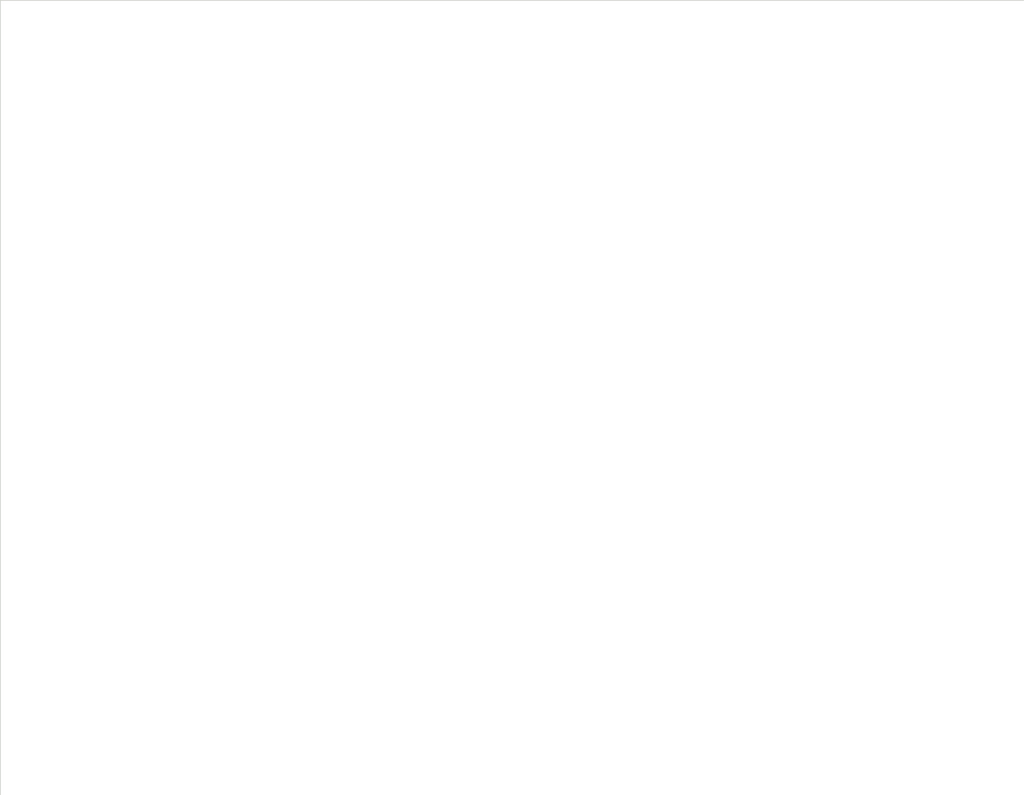
<source format=kicad_pcb>
(kicad_pcb
	(version 20240108)
	(generator "pcbnew")
	(generator_version "8.0")
	(general
		(thickness 1.6)
		(legacy_teardrops no)
	)
	(paper "A4")
	(layers
		(0 "F.Cu" signal)
		(31 "B.Cu" signal)
		(32 "B.Adhes" user "B.Adhesive")
		(33 "F.Adhes" user "F.Adhesive")
		(34 "B.Paste" user)
		(35 "F.Paste" user)
		(36 "B.SilkS" user "B.Silkscreen")
		(37 "F.SilkS" user "F.Silkscreen")
		(38 "B.Mask" user)
		(39 "F.Mask" user)
		(40 "Dwgs.User" user "User.Drawings")
		(41 "Cmts.User" user "User.Comments")
		(42 "Eco1.User" user "User.Eco1")
		(43 "Eco2.User" user "User.Eco2")
		(44 "Edge.Cuts" user)
		(45 "Margin" user)
		(46 "B.CrtYd" user "B.Courtyard")
		(47 "F.CrtYd" user "F.Courtyard")
		(48 "B.Fab" user)
		(49 "F.Fab" user)
		(50 "User.1" user)
		(51 "User.2" user)
		(52 "User.3" user)
		(53 "User.4" user)
		(54 "User.5" user)
		(55 "User.6" user)
		(56 "User.7" user)
		(57 "User.8" user)
		(58 "User.9" user)
	)
	(setup
		(stackup
			(layer "F.SilkS"
				(type "Top Silk Screen")
			)
			(layer "F.Paste"
				(type "Top Solder Paste")
			)
			(layer "F.Mask"
				(type "Top Solder Mask")
				(thickness 0.01)
			)
			(layer "F.Cu"
				(type "copper")
				(thickness 0.035)
			)
			(layer "dielectric 1"
				(type "core")
				(thickness 1.51)
				(material "FR4")
				(epsilon_r 4.5)
				(loss_tangent 0.02)
			)
			(layer "B.Cu"
				(type "copper")
				(thickness 0.035)
			)
			(layer "B.Mask"
				(type "Bottom Solder Mask")
				(thickness 0.01)
			)
			(layer "B.Paste"
				(type "Bottom Solder Paste")
			)
			(layer "B.SilkS"
				(type "Bottom Silk Screen")
			)
			(copper_finish "None")
			(dielectric_constraints no)
		)
		(pad_to_mask_clearance 0)
		(allow_soldermask_bridges_in_footprints no)
		(pcbplotparams
			(layerselection 0x00010fc_ffffffff)
			(plot_on_all_layers_selection 0x0000000_00000000)
			(disableapertmacros no)
			(usegerberextensions no)
			(usegerberattributes yes)
			(usegerberadvancedattributes yes)
			(creategerberjobfile yes)
			(dashed_line_dash_ratio 12.000000)
			(dashed_line_gap_ratio 3.000000)
			(svgprecision 4)
			(plotframeref no)
			(viasonmask no)
			(mode 1)
			(useauxorigin no)
			(hpglpennumber 1)
			(hpglpenspeed 20)
			(hpglpendiameter 15.000000)
			(pdf_front_fp_property_popups yes)
			(pdf_back_fp_property_popups yes)
			(dxfpolygonmode yes)
			(dxfimperialunits yes)
			(dxfusepcbnewfont yes)
			(psnegative no)
			(psa4output no)
			(plotreference yes)
			(plotvalue yes)
			(plotfptext yes)
			(plotinvisibletext no)
			(sketchpadsonfab no)
			(subtractmaskfromsilk no)
			(outputformat 1)
			(mirror no)
			(drillshape 1)
			(scaleselection 1)
			(outputdirectory "")
		)
	)
	(net 0 "")
	(gr_line
		(start 0 0)
		(end 65 0)
		(stroke
			(width 0.05)
			(type default)
		)
		(layer "Edge.Cuts")
		(uuid "3dc11e7c-bc0d-4d47-a486-1375cb628c29")
	)
	(gr_line
		(start 0 0)
		(end 0 50.5)
		(stroke
			(width 0.05)
			(type default)
		)
		(layer "Edge.Cuts")
		(uuid "adf60c4c-a7e2-4a9e-9172-d0926cb66578")
	)
)

</source>
